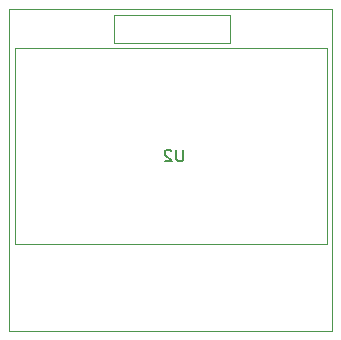
<source format=gbr>
%TF.GenerationSoftware,KiCad,Pcbnew,(7.0.0)*%
%TF.CreationDate,2023-06-01T06:11:32-06:00*%
%TF.ProjectId,Phase_D_STM32_v1,50686173-655f-4445-9f53-544d33325f76,rev?*%
%TF.SameCoordinates,Original*%
%TF.FileFunction,Legend,Bot*%
%TF.FilePolarity,Positive*%
%FSLAX46Y46*%
G04 Gerber Fmt 4.6, Leading zero omitted, Abs format (unit mm)*
G04 Created by KiCad (PCBNEW (7.0.0)) date 2023-06-01 06:11:32*
%MOMM*%
%LPD*%
G01*
G04 APERTURE LIST*
%ADD10C,0.150000*%
%ADD11C,0.120000*%
G04 APERTURE END LIST*
D10*
%TO.C,U2*%
X228161904Y-126441380D02*
X228161904Y-127250904D01*
X228161904Y-127250904D02*
X228114285Y-127346142D01*
X228114285Y-127346142D02*
X228066666Y-127393761D01*
X228066666Y-127393761D02*
X227971428Y-127441380D01*
X227971428Y-127441380D02*
X227780952Y-127441380D01*
X227780952Y-127441380D02*
X227685714Y-127393761D01*
X227685714Y-127393761D02*
X227638095Y-127346142D01*
X227638095Y-127346142D02*
X227590476Y-127250904D01*
X227590476Y-127250904D02*
X227590476Y-126441380D01*
X227161904Y-126536619D02*
X227114285Y-126489000D01*
X227114285Y-126489000D02*
X227019047Y-126441380D01*
X227019047Y-126441380D02*
X226780952Y-126441380D01*
X226780952Y-126441380D02*
X226685714Y-126489000D01*
X226685714Y-126489000D02*
X226638095Y-126536619D01*
X226638095Y-126536619D02*
X226590476Y-126631857D01*
X226590476Y-126631857D02*
X226590476Y-126727095D01*
X226590476Y-126727095D02*
X226638095Y-126869952D01*
X226638095Y-126869952D02*
X227209523Y-127441380D01*
X227209523Y-127441380D02*
X226590476Y-127441380D01*
D11*
X213400000Y-141820000D02*
X240800000Y-141820000D01*
X213400000Y-114520000D02*
X213400000Y-141820000D01*
X213938000Y-134440000D02*
X213938000Y-117803000D01*
X213938000Y-117803000D02*
X214192000Y-117815000D01*
X217278000Y-134415000D02*
X213938000Y-134440000D01*
X217278000Y-134415000D02*
X240378000Y-134415000D01*
X217278000Y-117815000D02*
X214192000Y-117815000D01*
X222320000Y-117422000D02*
X232099000Y-117422000D01*
X222320000Y-115009000D02*
X222320000Y-117422000D01*
X232099000Y-115009000D02*
X222320000Y-115009000D01*
X232099000Y-115009000D02*
X232099000Y-117422000D01*
X240378000Y-134415000D02*
X240378000Y-117815000D01*
X240378000Y-117815000D02*
X217278000Y-117815000D01*
X240800000Y-141820000D02*
X240800000Y-114520000D01*
X240800000Y-114520000D02*
X213400000Y-114520000D01*
%TD*%
M02*

</source>
